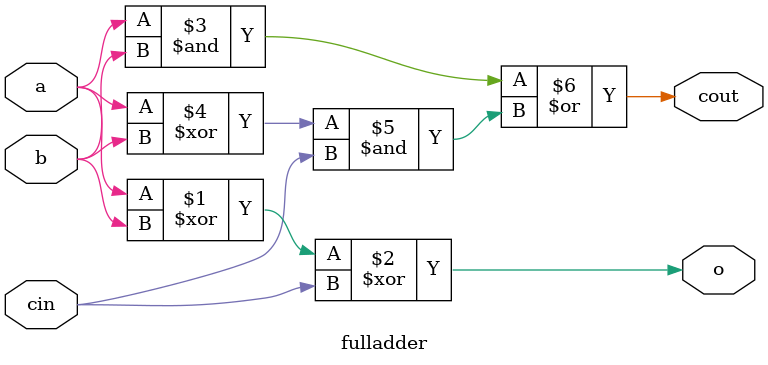
<source format=v>
module fulladder(o, cout, a, b, cin);
	input a, b, cin;
	output o, cout;
	
	assign
		o = ((a ^ b) ^ cin),
		cout = ((a & b) | ((a ^ b) & cin));
		
endmodule

</source>
